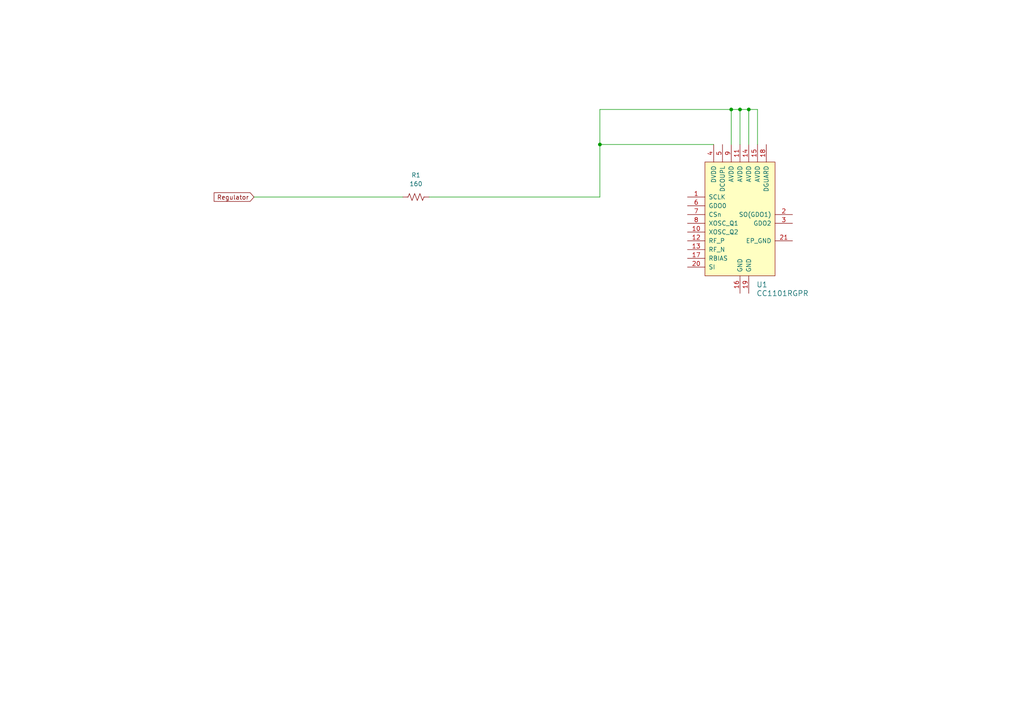
<source format=kicad_sch>
(kicad_sch (version 20231120) (generator "eeschema") (generator_version "8.0")
  (paper "A4")
  (lib_symbols
    (symbol "Device:R_US" (pin_numbers hide) (pin_names (offset 0))
      (property "Reference" "R" (at 2.54 0 90))
      (property "Value" "R_US" (at -2.54 0 90))
      (symbol "R_US_0_1"
        (polyline (pts (xy 0 -2.286) (xy 0 -2.54)))
        (polyline (pts (xy 0 2.286) (xy 0 2.54)))
        (polyline (pts (xy 0 -0.762) (xy 1.016 -1.143) (xy 0 -1.524) (xy -1.016 -1.905) (xy 0 -2.286)))
        (polyline (pts (xy 0 0.762) (xy 1.016 0.381) (xy 0 0) (xy -1.016 -0.381) (xy 0 -0.762)))
        (polyline (pts (xy 0 2.286) (xy 1.016 1.905) (xy 0 1.524) (xy -1.016 1.143) (xy 0 0.762)))
      )
      (symbol "R_US_1_1"
        (pin passive line (at 0 3.81 270) (length 1.27) (name "~") (number "1"))
        (pin passive line (at 0 -3.81 90) (length 1.27) (name "~") (number "2"))
      )
    )
    (symbol "dk_RF-Transceiver-ICs:CC1101RGPR" (pin_names (offset 1.016))
      (property "Reference" "U" (at -12.7 11.43 0))
      (property "Value" "CC1101RGPR" (at 15.24 -27.94 0))
      (symbol "CC1101RGPR_0_1"
        (rectangle (start -10.16 12.7) (end 10.16 -20.32) (fill (type background)))
      )
      (symbol "CC1101RGPR_1_1"
        (pin input line (at -15.24 2.54 0) (length 5.08) (name "SCLK") (number "1"))
        (pin bidirectional line (at -15.24 -7.62 0) (length 5.08) (name "XOSC_Q2") (number "10"))
        (pin power_in line (at 0 17.78 270) (length 5.08) (name "AVDD") (number "11"))
        (pin bidirectional line (at -15.24 -10.16 0) (length 5.08) (name "RF_P") (number "12"))
        (pin bidirectional line (at -15.24 -12.7 0) (length 5.08) (name "RF_N") (number "13"))
        (pin power_in line (at 2.54 17.78 270) (length 5.08) (name "AVDD") (number "14"))
        (pin power_in line (at 5.08 17.78 270) (length 5.08) (name "AVDD") (number "15"))
        (pin power_in line (at 0 -25.4 90) (length 5.08) (name "GND") (number "16"))
        (pin bidirectional line (at -15.24 -15.24 0) (length 5.08) (name "RBIAS") (number "17"))
        (pin power_in line (at 7.62 17.78 270) (length 5.08) (name "DGUARD") (number "18"))
        (pin power_in line (at 2.54 -25.4 90) (length 5.08) (name "GND") (number "19"))
        (pin output line (at 15.24 -2.54 180) (length 5.08) (name "SO(GDO1)") (number "2"))
        (pin input line (at -15.24 -17.78 0) (length 5.08) (name "SI") (number "20"))
        (pin power_in line (at 15.24 -10.16 180) (length 5.08) (name "EP_GND") (number "21"))
        (pin output line (at 15.24 -5.08 180) (length 5.08) (name "GDO2") (number "3"))
        (pin power_in line (at -7.62 17.78 270) (length 5.08) (name "DVDD") (number "4"))
        (pin power_in line (at -5.08 17.78 270) (length 5.08) (name "DCOUPL") (number "5"))
        (pin bidirectional line (at -15.24 0 0) (length 5.08) (name "GDO0") (number "6"))
        (pin input line (at -15.24 -2.54 0) (length 5.08) (name "CSn") (number "7"))
        (pin bidirectional line (at -15.24 -5.08 0) (length 5.08) (name "XOSC_Q1") (number "8"))
        (pin power_in line (at -2.54 17.78 270) (length 5.08) (name "AVDD") (number "9"))
      )
    )
  )
  (junction (at 217.17 31.75))
  (junction (at 173.99 41.91))
  (junction (at 214.63 31.75))
  (junction (at 212.09 31.75))
  (wire (pts (xy 212.09 31.75) (xy 173.99 31.75)))
  (wire (pts (xy 207.01 41.91) (xy 173.99 41.91)))
  (wire (pts (xy 214.63 41.91) (xy 214.63 31.75)))
  (wire (pts (xy 212.09 41.91) (xy 212.09 31.75)))
  (wire (pts (xy 124.46 57.15) (xy 173.99 57.15)))
  (wire (pts (xy 217.17 31.75) (xy 219.71 31.75)))
  (wire (pts (xy 73.66 57.15) (xy 116.84 57.15)))
  (wire (pts (xy 219.71 41.91) (xy 219.71 31.75)))
  (wire (pts (xy 217.17 41.91) (xy 217.17 31.75)))
  (wire (pts (xy 173.99 41.91) (xy 173.99 57.15)))
  (wire (pts (xy 212.09 31.75) (xy 214.63 31.75)))
  (wire (pts (xy 173.99 31.75) (xy 173.99 41.91)))
  (wire (pts (xy 214.63 31.75) (xy 217.17 31.75)))
  (global_label "Regulator" (shape input) (at 73.66 57.15 180) (property "Intersheetrefs" "${INTERSHEET_REFS}" (effects (hide yes))))
  (symbol (lib_id "dk_RF-Transceiver-ICs:CC1101RGPR") (at 214.63 59.69 0) (unit 1)
    (property "Reference" "U1" (at 219.3641 82.55 0) (effects (font (size 1.524 1.524)) (justify left)))
    (property "Value" "CC1101RGPR" (at 219.3641 85.09 0) (effects (font (size 1.524 1.524)) (justify left)))
    (property "Footprint" "digikey-footprints:QFN-20-1EP_4x4mm_RevA" (effects (hide yes)))
    (property "Datasheet" "http://www.ti.com/general/docs/suppproductinfo.tsp?distId=10&gotoUrl=http%3A%2F%2Fwww.ti.com%2Flit%2Fgpn%2Fcc1101" (effects (hide yes)))
    (property "Description" "IC RF TXRX ISM<1GHZ 20VFQFN" (effects (hide yes)))
    (property "Digi-Key_PN" "296-35718-1-ND" (effects (hide yes)))
    (property "MPN" "CC1101RGPR" (effects (hide yes)))
    (property "Category" "RF/IF and RFID" (effects (hide yes)))
    (property "Family" "RF Transceiver ICs" (effects (hide yes)))
    (property "DK_Datasheet_Link" "http://www.ti.com/general/docs/suppproductinfo.tsp?distId=10&gotoUrl=http%3A%2F%2Fwww.ti.com%2Flit%2Fgpn%2Fcc1101" (effects (hide yes)))
    (property "DK_Detail_Page" "/product-detail/en/texas-instruments/CC1101RGPR/296-35718-1-ND/3947329" (effects (hide yes)))
    (property "Description_1" "IC RF TXRX ISM<1GHZ 20VFQFN" (effects (hide yes)))
    (property "Manufacturer" "Texas Instruments" (effects (hide yes)))
    (property "Status" "Active" (effects (hide yes)))
  )
  (symbol (lib_id "Device:R_US") (at 120.65 57.15 270) (unit 1)
    (property "Reference" "R1" (at 120.65 50.8 90))
    (property "Value" "160" (at 120.65 53.34 90))
    (property "Description" "Resistor, US symbol" (effects (hide yes)))
  )
)
</source>
